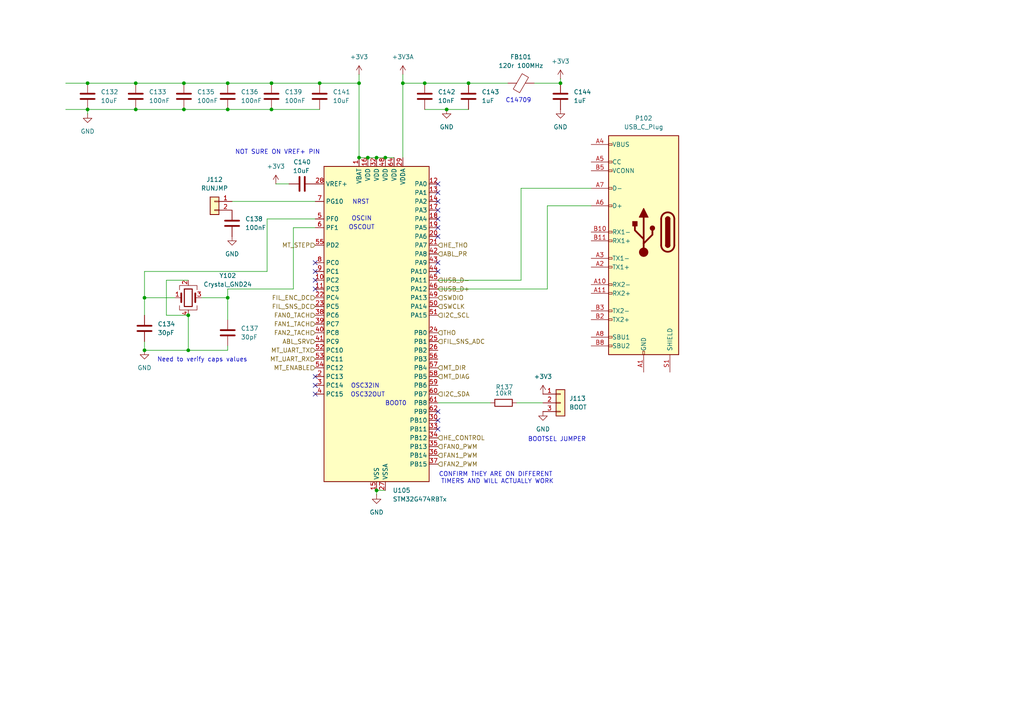
<source format=kicad_sch>
(kicad_sch (version 20250114) (generator "eeschema") (generator_version "9.0")
  (paper "A4")
  (lib_symbols
    (symbol "Connector:USB_C_Plug" (pin_names (offset 1.016))
      (property "Reference" "P" (at -10.16 29.21 0))
      (property "Value" "USB_C_Plug" (at 10.16 29.21 0))
      (symbol "USB_C_Plug_0_0"
        (rectangle (start -0.254 -35.56) (end 0.254 -34.544))
        (rectangle (start 10.16 25.654) (end 9.144 25.146))
        (rectangle (start 10.16 20.574) (end 9.144 20.066))
        (rectangle (start 10.16 18.034) (end 9.144 17.526))
        (rectangle (start 10.16 12.954) (end 9.144 12.446))
        (rectangle (start 10.16 7.874) (end 9.144 7.366))
        (rectangle (start 10.16 0.254) (end 9.144 -0.254))
        (rectangle (start 10.16 -2.286) (end 9.144 -2.794))
        (rectangle (start 10.16 -7.366) (end 9.144 -7.874))
        (rectangle (start 10.16 -9.906) (end 9.144 -10.414))
        (rectangle (start 10.16 -14.986) (end 9.144 -15.494))
        (rectangle (start 10.16 -17.526) (end 9.144 -18.034))
        (rectangle (start 10.16 -22.606) (end 9.144 -23.114))
        (rectangle (start 10.16 -25.146) (end 9.144 -25.654))
        (rectangle (start 10.16 -30.226) (end 9.144 -30.734))
        (rectangle (start 10.16 -32.766) (end 9.144 -33.274))
      )
      (symbol "USB_C_Plug_0_1"
        (rectangle (start -10.16 27.94) (end 10.16 -35.56) (stroke (width 0.254)) (fill (type background)))
        (polyline (pts (xy -8.89 -3.81) (xy -8.89 3.81)) (stroke (width 0.508)))
        (rectangle (start -7.62 -3.81) (end -6.35 3.81) (stroke (width 0.254)) (fill (type outline)))
        (arc (start -7.62 3.81) (mid -6.985 4.4423) (end -6.35 3.81) (stroke (width 0.254)))
        (arc (start -7.62 3.81) (mid -6.985 4.4423) (end -6.35 3.81) (stroke (width 0.254)) (fill (type outline)))
        (arc (start -8.89 3.81) (mid -6.985 5.7067) (end -5.08 3.81) (stroke (width 0.508)))
        (arc (start -5.08 -3.81) (mid -6.985 -5.7067) (end -8.89 -3.81) (stroke (width 0.508)))
        (arc (start -6.35 -3.81) (mid -6.985 -4.4423) (end -7.62 -3.81) (stroke (width 0.254)))
        (arc (start -6.35 -3.81) (mid -6.985 -4.4423) (end -7.62 -3.81) (stroke (width 0.254)) (fill (type outline)))
        (polyline (pts (xy -5.08 3.81) (xy -5.08 -3.81)) (stroke (width 0.508)))
      )
      (symbol "USB_C_Plug_1_1"
        (circle (center -2.54 1.143) (radius 0.635) (stroke (width 0.254)) (fill (type outline)))
        (polyline (pts (xy -1.27 4.318) (xy 0 6.858) (xy 1.27 4.318) (xy -1.27 4.318)) (stroke (width 0.254)) (fill (type outline)))
        (polyline (pts (xy 0 -2.032) (xy 2.54 0.508) (xy 2.54 1.778)) (stroke (width 0.508)))
        (polyline (pts (xy 0 -3.302) (xy -2.54 -0.762) (xy -2.54 0.508)) (stroke (width 0.508)))
        (polyline (pts (xy 0 -5.842) (xy 0 4.318)) (stroke (width 0.508)))
        (circle (center 0 -5.842) (radius 1.27) (fill (type outline)))
        (rectangle (start 1.905 1.778) (end 3.175 3.048) (stroke (width 0.254)) (fill (type outline)))
        (pin passive line (at -7.62 -40.64 90) (length 5.08) (name "SHIELD") (number "S1"))
        (pin passive line (at 0 -40.64 90) (length 5.08) (name "GND") (number "A1"))
        (pin passive line (at 0 -40.64 90) (length 5.08) (hide yes) (name "GND") (number "A12"))
        (pin passive line (at 0 -40.64 90) (length 5.08) (hide yes) (name "GND") (number "B1"))
        (pin passive line (at 0 -40.64 90) (length 5.08) (hide yes) (name "GND") (number "B12"))
        (pin passive line (at 15.24 25.4 180) (length 5.08) (name "VBUS") (number "A4"))
        (pin passive line (at 15.24 25.4 180) (length 5.08) (hide yes) (name "VBUS") (number "A9"))
        (pin passive line (at 15.24 25.4 180) (length 5.08) (hide yes) (name "VBUS") (number "B4"))
        (pin passive line (at 15.24 25.4 180) (length 5.08) (hide yes) (name "VBUS") (number "B9"))
        (pin bidirectional line (at 15.24 20.32 180) (length 5.08) (name "CC") (number "A5"))
        (pin bidirectional line (at 15.24 17.78 180) (length 5.08) (name "VCONN") (number "B5"))
        (pin bidirectional line (at 15.24 12.7 180) (length 5.08) (name "D-") (number "A7"))
        (pin bidirectional line (at 15.24 7.62 180) (length 5.08) (name "D+") (number "A6"))
        (pin bidirectional line (at 15.24 0 180) (length 5.08) (name "RX1-") (number "B10"))
        (pin bidirectional line (at 15.24 -2.54 180) (length 5.08) (name "RX1+") (number "B11"))
        (pin bidirectional line (at 15.24 -7.62 180) (length 5.08) (name "TX1-") (number "A3"))
        (pin bidirectional line (at 15.24 -10.16 180) (length 5.08) (name "TX1+") (number "A2"))
        (pin bidirectional line (at 15.24 -15.24 180) (length 5.08) (name "RX2-") (number "A10"))
        (pin bidirectional line (at 15.24 -17.78 180) (length 5.08) (name "RX2+") (number "A11"))
        (pin bidirectional line (at 15.24 -22.86 180) (length 5.08) (name "TX2-") (number "B3"))
        (pin bidirectional line (at 15.24 -25.4 180) (length 5.08) (name "TX2+") (number "B2"))
        (pin bidirectional line (at 15.24 -30.48 180) (length 5.08) (name "SBU1") (number "A8"))
        (pin bidirectional line (at 15.24 -33.02 180) (length 5.08) (name "SBU2") (number "B8"))
      )
    )
    (symbol "Connector_Generic:Conn_01x02" (pin_names (offset 1.016) (hide yes))
      (property "Reference" "J" (at 0 2.54 0))
      (property "Value" "Conn_01x02" (at 0 -5.08 0))
      (symbol "Conn_01x02_1_1"
        (rectangle (start -1.27 1.27) (end 1.27 -3.81) (stroke (width 0.254)) (fill (type background)))
        (rectangle (start -1.27 0.127) (end 0 -0.127) (stroke (width 0.1524)))
        (rectangle (start -1.27 -2.413) (end 0 -2.667) (stroke (width 0.1524)))
        (pin passive line (at -5.08 0 0) (length 3.81) (name "Pin_1") (number "1"))
        (pin passive line (at -5.08 -2.54 0) (length 3.81) (name "Pin_2") (number "2"))
      )
    )
    (symbol "Connector_Generic:Conn_01x03" (pin_names (offset 1.016) (hide yes))
      (property "Reference" "J" (at 0 5.08 0))
      (property "Value" "Conn_01x03" (at 0 -5.08 0))
      (symbol "Conn_01x03_1_1"
        (rectangle (start -1.27 3.81) (end 1.27 -3.81) (stroke (width 0.254)) (fill (type background)))
        (rectangle (start -1.27 2.667) (end 0 2.413) (stroke (width 0.1524)))
        (rectangle (start -1.27 0.127) (end 0 -0.127) (stroke (width 0.1524)))
        (rectangle (start -1.27 -2.413) (end 0 -2.667) (stroke (width 0.1524)))
        (pin passive line (at -5.08 2.54 0) (length 3.81) (name "Pin_1") (number "1"))
        (pin passive line (at -5.08 0 0) (length 3.81) (name "Pin_2") (number "2"))
        (pin passive line (at -5.08 -2.54 0) (length 3.81) (name "Pin_3") (number "3"))
      )
    )
    (symbol "Device:C" (pin_numbers (hide yes)) (pin_names (offset 0.254))
      (property "Reference" "C" (at 0.635 2.54 0))
      (property "Value" "C" (at 0.635 -2.54 0))
      (symbol "C_0_1"
        (polyline (pts (xy -2.032 0.762) (xy 2.032 0.762)) (stroke (width 0.508)))
        (polyline (pts (xy -2.032 -0.762) (xy 2.032 -0.762)) (stroke (width 0.508)))
      )
      (symbol "C_1_1"
        (pin passive line (at 0 3.81 270) (length 2.794) (name "~") (number "1"))
        (pin passive line (at 0 -3.81 90) (length 2.794) (name "~") (number "2"))
      )
    )
    (symbol "Device:Crystal_GND24" (pin_names (offset 1.016) (hide yes))
      (property "Reference" "Y" (at 3.175 5.08 0))
      (property "Value" "Crystal_GND24" (at 3.175 3.175 0))
      (symbol "Crystal_GND24_0_1"
        (polyline (pts (xy -2.54 2.286) (xy -2.54 3.556) (xy 2.54 3.556) (xy 2.54 2.286)))
        (polyline (pts (xy -2.54 0) (xy -2.032 0)))
        (polyline (pts (xy -2.54 -2.286) (xy -2.54 -3.556) (xy 2.54 -3.556) (xy 2.54 -2.286)))
        (polyline (pts (xy -2.032 -1.27) (xy -2.032 1.27)) (stroke (width 0.508)))
        (rectangle (start -1.143 2.54) (end 1.143 -2.54) (stroke (width 0.3048)))
        (polyline (pts (xy 0 3.556) (xy 0 3.81)))
        (polyline (pts (xy 0 -3.81) (xy 0 -3.556)))
        (polyline (pts (xy 2.032 0) (xy 2.54 0)))
        (polyline (pts (xy 2.032 -1.27) (xy 2.032 1.27)) (stroke (width 0.508)))
      )
      (symbol "Crystal_GND24_1_1"
        (pin passive line (at -3.81 0 0) (length 1.27) (name "1") (number "1"))
        (pin passive line (at 0 5.08 270) (length 1.27) (name "2") (number "2"))
        (pin passive line (at 0 -5.08 90) (length 1.27) (name "4") (number "4"))
        (pin passive line (at 3.81 0 180) (length 1.27) (name "3") (number "3"))
      )
    )
    (symbol "Device:FerriteBead" (pin_numbers (hide yes)) (pin_names (offset 0))
      (property "Reference" "FB" (at -3.81 0.635 90))
      (property "Value" "FerriteBead" (at 3.81 0 90))
      (symbol "FerriteBead_0_1"
        (polyline (pts (xy -2.7686 0.4064) (xy -1.7018 2.2606) (xy 2.7686 -0.3048) (xy 1.6764 -2.159) (xy -2.7686 0.4064)))
        (polyline (pts (xy 0 1.27) (xy 0 1.2954)))
        (polyline (pts (xy 0 -1.27) (xy 0 -1.2192)))
      )
      (symbol "FerriteBead_1_1"
        (pin passive line (at 0 3.81 270) (length 2.54) (name "~") (number "1"))
        (pin passive line (at 0 -3.81 90) (length 2.54) (name "~") (number "2"))
      )
    )
    (symbol "Device:R" (pin_numbers (hide yes)) (pin_names (offset 0))
      (property "Reference" "R" (at 2.032 0 90))
      (property "Value" "R" (at 0 0 90))
      (symbol "R_0_1"
        (rectangle (start -1.016 -2.54) (end 1.016 2.54) (stroke (width 0.254)))
      )
      (symbol "R_1_1"
        (pin passive line (at 0 3.81 270) (length 1.27) (name "~") (number "1"))
        (pin passive line (at 0 -3.81 90) (length 1.27) (name "~") (number "2"))
      )
    )
    (symbol "MCU_ST_STM32G4:STM32G474RBTx"
      (property "Reference" "U" (at -15.24 46.99 0))
      (property "Value" "STM32G474RBTx" (at 10.16 46.99 0))
      (symbol "STM32G474RBTx_0_1"
        (rectangle (start -15.24 -45.72) (end 15.24 45.72) (stroke (width 0.254)) (fill (type background)))
      )
      (symbol "STM32G474RBTx_1_1"
        (pin input line (at -17.78 40.64 0) (length 2.54) (name "VREF+") (number "28"))
        (pin bidirectional line (at -17.78 35.56 0) (length 2.54) (name "PG10") (number "7"))
        (pin bidirectional line (at -17.78 30.48 0) (length 2.54) (name "PF0") (number "5"))
        (pin bidirectional line (at -17.78 27.94 0) (length 2.54) (name "PF1") (number "6"))
        (pin bidirectional line (at -17.78 22.86 0) (length 2.54) (name "PD2") (number "55"))
        (pin bidirectional line (at -17.78 17.78 0) (length 2.54) (name "PC0") (number "8"))
        (pin bidirectional line (at -17.78 15.24 0) (length 2.54) (name "PC1") (number "9"))
        (pin bidirectional line (at -17.78 12.7 0) (length 2.54) (name "PC2") (number "10"))
        (pin bidirectional line (at -17.78 10.16 0) (length 2.54) (name "PC3") (number "11"))
        (pin bidirectional line (at -17.78 7.62 0) (length 2.54) (name "PC4") (number "22"))
        (pin bidirectional line (at -17.78 5.08 0) (length 2.54) (name "PC5") (number "23"))
        (pin bidirectional line (at -17.78 2.54 0) (length 2.54) (name "PC6") (number "38"))
        (pin bidirectional line (at -17.78 0 0) (length 2.54) (name "PC7") (number "39"))
        (pin bidirectional line (at -17.78 -2.54 0) (length 2.54) (name "PC8") (number "40"))
        (pin bidirectional line (at -17.78 -5.08 0) (length 2.54) (name "PC9") (number "41"))
        (pin bidirectional line (at -17.78 -7.62 0) (length 2.54) (name "PC10") (number "52"))
        (pin bidirectional line (at -17.78 -10.16 0) (length 2.54) (name "PC11") (number "53"))
        (pin bidirectional line (at -17.78 -12.7 0) (length 2.54) (name "PC12") (number "54"))
        (pin bidirectional line (at -17.78 -15.24 0) (length 2.54) (name "PC13") (number "2"))
        (pin bidirectional line (at -17.78 -17.78 0) (length 2.54) (name "PC14") (number "3"))
        (pin bidirectional line (at -17.78 -20.32 0) (length 2.54) (name "PC15") (number "4"))
        (pin power_in line (at -5.08 48.26 270) (length 2.54) (name "VBAT") (number "1"))
        (pin power_in line (at -2.54 48.26 270) (length 2.54) (name "VDD") (number "16"))
        (pin power_in line (at 0 48.26 270) (length 2.54) (name "VDD") (number "32"))
        (pin power_in line (at 0 -48.26 90) (length 2.54) (name "VSS") (number "15"))
        (pin passive line (at 0 -48.26 90) (length 2.54) (hide yes) (name "VSS") (number "31"))
        (pin passive line (at 0 -48.26 90) (length 2.54) (hide yes) (name "VSS") (number "47"))
        (pin passive line (at 0 -48.26 90) (length 2.54) (hide yes) (name "VSS") (number "63"))
        (pin power_in line (at 2.54 48.26 270) (length 2.54) (name "VDD") (number "48"))
        (pin power_in line (at 2.54 -48.26 90) (length 2.54) (name "VSSA") (number "27"))
        (pin power_in line (at 5.08 48.26 270) (length 2.54) (name "VDD") (number "64"))
        (pin power_in line (at 7.62 48.26 270) (length 2.54) (name "VDDA") (number "29"))
        (pin bidirectional line (at 17.78 40.64 180) (length 2.54) (name "PA0") (number "12"))
        (pin bidirectional line (at 17.78 38.1 180) (length 2.54) (name "PA1") (number "13"))
        (pin bidirectional line (at 17.78 35.56 180) (length 2.54) (name "PA2") (number "14"))
        (pin bidirectional line (at 17.78 33.02 180) (length 2.54) (name "PA3") (number "17"))
        (pin bidirectional line (at 17.78 30.48 180) (length 2.54) (name "PA4") (number "18"))
        (pin bidirectional line (at 17.78 27.94 180) (length 2.54) (name "PA5") (number "19"))
        (pin bidirectional line (at 17.78 25.4 180) (length 2.54) (name "PA6") (number "20"))
        (pin bidirectional line (at 17.78 22.86 180) (length 2.54) (name "PA7") (number "21"))
        (pin bidirectional line (at 17.78 20.32 180) (length 2.54) (name "PA8") (number "42"))
        (pin bidirectional line (at 17.78 17.78 180) (length 2.54) (name "PA9") (number "43"))
        (pin bidirectional line (at 17.78 15.24 180) (length 2.54) (name "PA10") (number "44"))
        (pin bidirectional line (at 17.78 12.7 180) (length 2.54) (name "PA11") (number "45"))
        (pin bidirectional line (at 17.78 10.16 180) (length 2.54) (name "PA12") (number "46"))
        (pin bidirectional line (at 17.78 7.62 180) (length 2.54) (name "PA13") (number "49"))
        (pin bidirectional line (at 17.78 5.08 180) (length 2.54) (name "PA14") (number "50"))
        (pin bidirectional line (at 17.78 2.54 180) (length 2.54) (name "PA15") (number "51"))
        (pin bidirectional line (at 17.78 -2.54 180) (length 2.54) (name "PB0") (number "24"))
        (pin bidirectional line (at 17.78 -5.08 180) (length 2.54) (name "PB1") (number "25"))
        (pin bidirectional line (at 17.78 -7.62 180) (length 2.54) (name "PB2") (number "26"))
        (pin bidirectional line (at 17.78 -10.16 180) (length 2.54) (name "PB3") (number "56"))
        (pin bidirectional line (at 17.78 -12.7 180) (length 2.54) (name "PB4") (number "57"))
        (pin bidirectional line (at 17.78 -15.24 180) (length 2.54) (name "PB5") (number "58"))
        (pin bidirectional line (at 17.78 -17.78 180) (length 2.54) (name "PB6") (number "59"))
        (pin bidirectional line (at 17.78 -20.32 180) (length 2.54) (name "PB7") (number "60"))
        (pin bidirectional line (at 17.78 -22.86 180) (length 2.54) (name "PB8") (number "61"))
        (pin bidirectional line (at 17.78 -25.4 180) (length 2.54) (name "PB9") (number "62"))
        (pin bidirectional line (at 17.78 -27.94 180) (length 2.54) (name "PB10") (number "30"))
        (pin bidirectional line (at 17.78 -30.48 180) (length 2.54) (name "PB11") (number "33"))
        (pin bidirectional line (at 17.78 -33.02 180) (length 2.54) (name "PB12") (number "34"))
        (pin bidirectional line (at 17.78 -35.56 180) (length 2.54) (name "PB13") (number "35"))
        (pin bidirectional line (at 17.78 -38.1 180) (length 2.54) (name "PB14") (number "36"))
        (pin bidirectional line (at 17.78 -40.64 180) (length 2.54) (name "PB15") (number "37"))
      )
    )
    (symbol "power:+3V3" (power) (pin_numbers (hide yes)) (pin_names (offset 0) (hide yes))
      (property "Value" "+3V3" (at 0 3.556 0))
      (symbol "+3V3_0_1"
        (polyline (pts (xy -0.762 1.27) (xy 0 2.54)))
        (polyline (pts (xy 0 2.54) (xy 0.762 1.27)))
        (polyline (pts (xy 0 0) (xy 0 2.54)))
      )
      (symbol "+3V3_1_1"
        (pin power_in line (at 0 0 90) (length 0) (name "~") (number "1"))
      )
    )
    (symbol "power:GND" (power) (pin_numbers (hide yes)) (pin_names (offset 0) (hide yes))
      (property "Value" "GND" (at 0 -3.81 0))
      (symbol "GND_0_1"
        (polyline (pts (xy 0 0) (xy 0 -1.27) (xy 1.27 -1.27) (xy 0 -2.54) (xy -1.27 -1.27) (xy 0 -1.27)))
      )
      (symbol "GND_1_1"
        (pin power_in line (at 0 0 270) (length 0) (name "~") (number "1"))
      )
    )
  )
  (text "OSCIN" (at 104.902 63.5 0) (effects (font (size 1.27 1.27))))
  (text "CONFIRM THEY ARE ON DIFFERENT\n TIMERS AND WILL ACTUALLY WORK\n" (at 143.764 138.684 0) (effects (font (size 1.27 1.27))))
  (text "NOT SURE ON VREF+ PIN" (at 80.518 44.196 0) (effects (font (size 1.27 1.27))))
  (text "OSC32IN\n" (at 105.918 112.014 0) (effects (font (size 1.27 1.27))))
  (text "OSCOUT\n" (at 104.902 66.04 0) (effects (font (size 1.27 1.27))))
  (text "BOOT0" (at 114.808 117.094 0) (effects (font (size 1.27 1.27))))
  (text "NRST" (at 104.648 58.674 0) (effects (font (size 1.27 1.27))))
  (text "BOOTSEL JUMPER" (at 161.544 127.508 0) (effects (font (size 1.27 1.27))))
  (text "Need to verify caps values\n" (at 58.674 104.394 0) (effects (font (size 1.27 1.27))))
  (text "OSC32OUT" (at 106.68 114.554 0) (effects (font (size 1.27 1.27))))
  (text "C14709" (at 150.368 29.21 0) (effects (font (size 1.27 1.27))))
  (junction (at 129.54 31.75))
  (junction (at 66.04 24.13))
  (junction (at 78.74 31.75))
  (junction (at 66.04 86.36))
  (junction (at 106.68 45.72))
  (junction (at 25.4 24.13))
  (junction (at 92.71 24.13))
  (junction (at 66.04 31.75))
  (junction (at 54.61 91.44))
  (junction (at 162.56 24.13))
  (junction (at 41.91 101.6))
  (junction (at 109.22 45.72))
  (junction (at 111.76 45.72))
  (junction (at 123.19 24.13))
  (junction (at 104.14 24.13))
  (junction (at 41.91 86.36))
  (junction (at 116.84 24.13))
  (junction (at 109.22 142.24))
  (junction (at 39.37 24.13))
  (junction (at 54.61 101.6))
  (junction (at 53.34 24.13))
  (junction (at 39.37 31.75))
  (junction (at 104.14 45.72))
  (junction (at 53.34 31.75))
  (junction (at 135.89 24.13))
  (junction (at 25.4 31.75))
  (junction (at 78.74 24.13))
  (no_connect (at 127 76.2))
  (no_connect (at 91.44 114.3))
  (no_connect (at 127 55.88))
  (no_connect (at 91.44 78.74))
  (no_connect (at 127 78.74))
  (no_connect (at 127 66.04))
  (no_connect (at 91.44 81.28))
  (no_connect (at 127 53.34))
  (no_connect (at 127 124.46))
  (no_connect (at 91.44 83.82))
  (no_connect (at 127 68.58))
  (no_connect (at 91.44 76.2))
  (no_connect (at 127 63.5))
  (no_connect (at 91.44 109.22))
  (no_connect (at 91.44 111.76))
  (no_connect (at 127 119.38))
  (no_connect (at 127 121.92))
  (no_connect (at 127 58.42))
  (no_connect (at 127 60.96))
  (wire (pts (xy 54.61 91.44) (xy 54.61 101.6)))
  (wire (pts (xy 104.14 45.72) (xy 106.68 45.72)))
  (wire (pts (xy 39.37 24.13) (xy 53.34 24.13)))
  (wire (pts (xy 41.91 78.74) (xy 41.91 86.36)))
  (wire (pts (xy 151.13 81.28) (xy 151.13 54.61)))
  (wire (pts (xy 111.76 45.72) (xy 114.3 45.72)))
  (wire (pts (xy 25.4 33.02) (xy 25.4 31.75)))
  (wire (pts (xy 135.89 24.13) (xy 147.32 24.13)))
  (wire (pts (xy 129.54 31.75) (xy 135.89 31.75)))
  (wire (pts (xy 162.56 22.86) (xy 162.56 24.13)))
  (wire (pts (xy 127 81.28) (xy 151.13 81.28)))
  (wire (pts (xy 41.91 101.6) (xy 54.61 101.6)))
  (wire (pts (xy 127 83.82) (xy 158.75 83.82)))
  (wire (pts (xy 85.09 83.82) (xy 85.09 66.04)))
  (wire (pts (xy 41.91 91.44) (xy 41.91 86.36)))
  (wire (pts (xy 66.04 83.82) (xy 85.09 83.82)))
  (wire (pts (xy 54.61 81.28) (xy 48.26 81.28)))
  (wire (pts (xy 158.75 59.69) (xy 171.45 59.69)))
  (wire (pts (xy 104.14 24.13) (xy 104.14 45.72)))
  (wire (pts (xy 53.34 24.13) (xy 66.04 24.13)))
  (wire (pts (xy 67.31 58.42) (xy 91.44 58.42)))
  (wire (pts (xy 116.84 24.13) (xy 116.84 45.72)))
  (wire (pts (xy 54.61 101.6) (xy 66.04 101.6)))
  (wire (pts (xy 116.84 24.13) (xy 123.19 24.13)))
  (wire (pts (xy 77.47 78.74) (xy 41.91 78.74)))
  (wire (pts (xy 19.05 31.75) (xy 25.4 31.75)))
  (wire (pts (xy 66.04 101.6) (xy 66.04 100.33)))
  (wire (pts (xy 85.09 66.04) (xy 91.44 66.04)))
  (wire (pts (xy 66.04 83.82) (xy 66.04 86.36)))
  (wire (pts (xy 78.74 24.13) (xy 92.71 24.13)))
  (wire (pts (xy 19.05 24.13) (xy 25.4 24.13)))
  (wire (pts (xy 92.71 24.13) (xy 104.14 24.13)))
  (wire (pts (xy 66.04 24.13) (xy 78.74 24.13)))
  (wire (pts (xy 91.44 63.5) (xy 77.47 63.5)))
  (wire (pts (xy 123.19 24.13) (xy 135.89 24.13)))
  (wire (pts (xy 39.37 31.75) (xy 53.34 31.75)))
  (wire (pts (xy 151.13 54.61) (xy 171.45 54.61)))
  (wire (pts (xy 77.47 63.5) (xy 77.47 78.74)))
  (wire (pts (xy 109.22 142.24) (xy 111.76 142.24)))
  (wire (pts (xy 158.75 83.82) (xy 158.75 59.69)))
  (wire (pts (xy 66.04 31.75) (xy 78.74 31.75)))
  (wire (pts (xy 123.19 31.75) (xy 129.54 31.75)))
  (wire (pts (xy 41.91 86.36) (xy 50.8 86.36)))
  (wire (pts (xy 66.04 92.71) (xy 66.04 86.36)))
  (wire (pts (xy 78.74 31.75) (xy 92.71 31.75)))
  (wire (pts (xy 149.86 116.84) (xy 157.48 116.84)))
  (wire (pts (xy 80.01 53.34) (xy 83.82 53.34)))
  (wire (pts (xy 58.42 86.36) (xy 66.04 86.36)))
  (wire (pts (xy 154.94 24.13) (xy 162.56 24.13)))
  (wire (pts (xy 41.91 99.06) (xy 41.91 101.6)))
  (wire (pts (xy 48.26 91.44) (xy 54.61 91.44)))
  (wire (pts (xy 25.4 31.75) (xy 39.37 31.75)))
  (wire (pts (xy 48.26 81.28) (xy 48.26 91.44)))
  (wire (pts (xy 116.84 21.59) (xy 116.84 24.13)))
  (wire (pts (xy 109.22 45.72) (xy 111.76 45.72)))
  (wire (pts (xy 109.22 142.24) (xy 109.22 143.51)))
  (wire (pts (xy 142.24 116.84) (xy 127 116.84)))
  (wire (pts (xy 53.34 31.75) (xy 66.04 31.75)))
  (wire (pts (xy 106.68 45.72) (xy 109.22 45.72)))
  (wire (pts (xy 25.4 24.13) (xy 39.37 24.13)))
  (wire (pts (xy 104.14 24.13) (xy 104.14 21.59)))
  (hierarchical_label "THO" (shape input) (at 127 96.52 0))
  (hierarchical_label "FIL_SNS_ADC" (shape input) (at 127 99.06 0))
  (hierarchical_label "SWCLK" (shape input) (at 127 88.9 0))
  (hierarchical_label "FIL_ENC_DC" (shape input) (at 91.44 86.36 180))
  (hierarchical_label "MT_ENABLE" (shape input) (at 91.44 106.68 180))
  (hierarchical_label "I2C_SDA" (shape input) (at 127 114.3 0))
  (hierarchical_label "FAN0_PWM" (shape input) (at 127 129.54 0))
  (hierarchical_label "FAN2_TACH" (shape input) (at 91.44 96.52 180))
  (hierarchical_label "USB_D+" (shape input) (at 127 83.82 0))
  (hierarchical_label "ABL_SRV" (shape input) (at 91.44 99.06 180))
  (hierarchical_label "I2C_SCL" (shape input) (at 127 91.44 0))
  (hierarchical_label "FAN1_PWM" (shape input) (at 127 132.08 0))
  (hierarchical_label "ABL_PR" (shape input) (at 127 73.66 0))
  (hierarchical_label "HE_CONTROL" (shape input) (at 127 127 0))
  (hierarchical_label "FAN1_TACH" (shape input) (at 91.44 93.98 180))
  (hierarchical_label "MT_DIAG" (shape input) (at 127 109.22 0))
  (hierarchical_label "SWDIO" (shape input) (at 127 86.36 0))
  (hierarchical_label "MT_STEP" (shape input) (at 91.44 71.12 180))
  (hierarchical_label "USB_D-" (shape input) (at 127 81.28 0))
  (hierarchical_label "FAN0_TACH" (shape input) (at 91.44 91.44 180))
  (hierarchical_label "FAN2_PWM" (shape input) (at 127 134.62 0))
  (hierarchical_label "MT_DIR" (shape input) (at 127 106.68 0))
  (hierarchical_label "MT_UART_RX" (shape input) (at 91.44 104.14 180))
  (hierarchical_label "MT_UART_TX" (shape input) (at 91.44 101.6 180))
  (hierarchical_label "HE_THO" (shape input) (at 127 71.12 0))
  (hierarchical_label "FIL_SNS_DC" (shape input) (at 91.44 88.9 180))
  (symbol (lib_id "Connector_Generic:Conn_01x03") (at 162.56 116.84 0) (unit 1)
    (property "Reference" "J113" (at 165.1 115.5699 0) (effects (justify left)))
    (property "Value" "BOOT" (at 165.1 118.1099 0) (effects (justify left)))
    (property "Footprint" "Connector_PinHeader_2.54mm:PinHeader_1x03_P2.54mm_Vertical" (effects (hide yes)))
    (property "Description" "Generic connector, single row, 01x03, script generated (kicad-library-utils/schlib/autogen/connector/)" (effects (hide yes)))
  )
  (symbol (lib_id "Device:C") (at 78.74 27.94 0) (unit 1)
    (property "Reference" "C139" (at 82.55 26.6699 0) (effects (justify left)))
    (property "Value" "100nF" (at 82.55 29.2099 0) (effects (justify left)))
    (property "Footprint" "Capacitor_SMD:C_0402_1005Metric" (effects (hide yes)))
    (property "Description" "Unpolarized capacitor" (effects (hide yes)))
  )
  (symbol (lib_id "Device:C") (at 25.4 27.94 0) (unit 1)
    (property "Reference" "C132" (at 29.21 26.6699 0) (effects (justify left)))
    (property "Value" "10uF" (at 29.21 29.2099 0) (effects (justify left)))
    (property "Footprint" "Capacitor_SMD:C_0603_1608Metric" (effects (hide yes)))
    (property "Description" "Unpolarized capacitor" (effects (hide yes)))
  )
  (symbol (lib_id "Device:C") (at 87.63 53.34 90) (unit 1)
    (property "Reference" "C140" (at 87.63 46.99 90))
    (property "Value" "10uF" (at 87.376 49.53 90))
    (property "Footprint" "Package_DFN_QFN:W-PDFN-8-1EP_6x5mm_P1.27mm_EP3x3mm" (effects (hide yes)))
    (property "Description" "Unpolarized capacitor" (effects (hide yes)))
  )
  (symbol (lib_id "power:+3V3") (at 157.48 114.3 0) (unit 1)
    (property "Reference" "#PWR0183" (effects (hide yes)))
    (property "Value" "+3V3" (at 157.48 109.22 0))
    (property "Description" "Power symbol creates a global label with name \"+3V3\"" (effects (hide yes)))
  )
  (symbol (lib_id "power:+3V3") (at 116.84 21.59 0) (unit 1)
    (property "Reference" "#PWR0181" (effects (hide yes)))
    (property "Value" "+3V3A" (at 116.84 16.51 0))
    (property "Description" "Power symbol creates a global label with name \"+3V3\"" (effects (hide yes)))
  )
  (symbol (lib_id "power:GND") (at 109.22 143.51 0) (unit 1)
    (property "Reference" "#PWR0180" (effects (hide yes)))
    (property "Value" "GND" (at 109.22 148.59 0))
    (property "Description" "Power symbol creates a global label with name \"GND\" , ground" (effects (hide yes)))
  )
  (symbol (lib_id "Device:C") (at 41.91 95.25 0) (unit 1)
    (property "Reference" "C134" (at 45.72 93.9799 0) (effects (justify left)))
    (property "Value" "30pF" (at 45.72 96.5199 0) (effects (justify left)))
    (property "Footprint" "Capacitor_SMD:C_0402_1005Metric" (effects (hide yes)))
    (property "Description" "Unpolarized capacitor" (effects (hide yes)))
  )
  (symbol (lib_id "Device:FerriteBead") (at 151.13 24.13 90) (unit 1)
    (property "Reference" "FB101" (at 151.0792 16.51 90))
    (property "Value" "120r 100MHz" (at 151.0792 19.05 90))
    (property "Footprint" "Capacitor_SMD:C_0603_1608Metric" (effects (hide yes)))
    (property "Description" "Ferrite bead" (effects (hide yes)))
  )
  (symbol (lib_id "power:GND") (at 129.54 31.75 0) (unit 1)
    (property "Reference" "#PWR0182" (effects (hide yes)))
    (property "Value" "GND" (at 129.54 36.83 0))
    (property "Description" "Power symbol creates a global label with name \"GND\" , ground" (effects (hide yes)))
  )
  (symbol (lib_id "Device:C") (at 66.04 96.52 0) (unit 1)
    (property "Reference" "C137" (at 69.85 95.2499 0) (effects (justify left)))
    (property "Value" "30pF" (at 69.85 97.7899 0) (effects (justify left)))
    (property "Footprint" "Capacitor_SMD:C_0402_1005Metric" (effects (hide yes)))
    (property "Description" "Unpolarized capacitor" (effects (hide yes)))
  )
  (symbol (lib_id "power:GND") (at 41.91 101.6 0) (unit 1)
    (property "Reference" "#PWR0176" (effects (hide yes)))
    (property "Value" "GND" (at 41.91 106.68 0))
    (property "Description" "Power symbol creates a global label with name \"GND\" , ground" (effects (hide yes)))
  )
  (symbol (lib_id "Connector:USB_C_Plug") (at 186.69 67.31 0) (mirror y) (unit 1)
    (property "Reference" "P102" (at 186.69 34.29 0))
    (property "Value" "USB_C_Plug" (at 186.69 36.83 0))
    (property "Datasheet" "https://www.usb.org/sites/default/files/documents/usb_type-c.zip" (effects (hide yes)))
    (property "Description" "USB Type-C Plug connector" (effects (hide yes)))
  )
  (symbol (lib_id "Device:C") (at 123.19 27.94 0) (unit 1)
    (property "Reference" "C142" (at 127 26.67 0) (effects (justify left)))
    (property "Value" "10nF" (at 127 29.2099 0) (effects (justify left)))
    (property "Footprint" "Capacitor_SMD:C_0402_1005Metric" (effects (hide yes)))
    (property "Description" "Unpolarized capacitor" (effects (hide yes)))
  )
  (symbol (lib_id "power:GND") (at 162.56 31.75 0) (unit 1)
    (property "Reference" "#PWR0186" (effects (hide yes)))
    (property "Value" "GND" (at 162.56 36.83 0))
    (property "Description" "Power symbol creates a global label with name \"GND\" , ground" (effects (hide yes)))
  )
  (symbol (lib_id "Device:Crystal_GND24") (at 54.61 86.36 0) (unit 1)
    (property "Reference" "Y102" (at 66.04 79.9398 0))
    (property "Value" "Crystal_GND24" (at 66.04 82.4798 0))
    (property "Footprint" "Crystal:Crystal_SMD_3225-4Pin_3.2x2.5mm" (effects (hide yes)))
    (property "Description" "Four pin crystal, GND on pins 2 and 4" (effects (hide yes)))
  )
  (symbol (lib_id "power:+3V3") (at 104.14 21.59 0) (unit 1)
    (property "Reference" "#PWR0179" (effects (hide yes)))
    (property "Value" "+3V3" (at 104.14 16.51 0))
    (property "Description" "Power symbol creates a global label with name \"+3V3\"" (effects (hide yes)))
  )
  (symbol (lib_id "Device:C") (at 92.71 27.94 0) (unit 1)
    (property "Reference" "C141" (at 96.52 26.6699 0) (effects (justify left)))
    (property "Value" "10uF" (at 96.52 29.2099 0) (effects (justify left)))
    (property "Footprint" "Capacitor_SMD:C_0201_0603Metric" (effects (hide yes)))
    (property "Description" "Unpolarized capacitor" (effects (hide yes)))
  )
  (symbol (lib_id "MCU_ST_STM32G4:STM32G474RBTx") (at 109.22 93.98 0) (unit 1)
    (property "Reference" "U105" (at 113.9033 142.24 0) (effects (justify left)))
    (property "Value" "STM32G474RBTx" (at 113.9033 144.78 0) (effects (justify left)))
    (property "Footprint" "Package_QFP:LQFP-64_10x10mm_P0.5mm" (effects (hide yes)))
    (property "Datasheet" "https://www.st.com/resource/en/datasheet/stm32g474rb.pdf" (effects (hide yes)))
    (property "Description" "STMicroelectronics Arm Cortex-M4 MCU, 128KB flash, 128KB RAM, 170 MHz, 1.71-3.6V, 52 GPIO, LQFP64" (effects (hide yes)))
  )
  (symbol (lib_id "Device:C") (at 67.31 64.77 0) (unit 1)
    (property "Reference" "C138" (at 71.12 63.4999 0) (effects (justify left)))
    (property "Value" "100nF" (at 71.12 66.0399 0) (effects (justify left)))
    (property "Description" "Unpolarized capacitor" (effects (hide yes)))
  )
  (symbol (lib_id "power:GND") (at 157.48 119.38 0) (unit 1)
    (property "Reference" "#PWR0184" (effects (hide yes)))
    (property "Value" "GND" (at 157.48 124.46 0))
    (property "Description" "Power symbol creates a global label with name \"GND\" , ground" (effects (hide yes)))
  )
  (symbol (lib_id "Device:C") (at 135.89 27.94 0) (unit 1)
    (property "Reference" "C143" (at 139.7 26.6699 0) (effects (justify left)))
    (property "Value" "1uF" (at 139.7 29.2099 0) (effects (justify left)))
    (property "Footprint" "Capacitor_SMD:C_0201_0603Metric" (effects (hide yes)))
    (property "Description" "Unpolarized capacitor" (effects (hide yes)))
  )
  (symbol (lib_id "Device:C") (at 66.04 27.94 0) (unit 1)
    (property "Reference" "C136" (at 69.85 26.6699 0) (effects (justify left)))
    (property "Value" "100nF" (at 69.85 29.2099 0) (effects (justify left)))
    (property "Footprint" "Capacitor_SMD:C_0402_1005Metric" (effects (hide yes)))
    (property "Description" "Unpolarized capacitor" (effects (hide yes)))
  )
  (symbol (lib_id "Device:C") (at 39.37 27.94 0) (unit 1)
    (property "Reference" "C133" (at 43.18 26.6699 0) (effects (justify left)))
    (property "Value" "100nF" (at 43.18 29.2099 0) (effects (justify left)))
    (property "Footprint" "Capacitor_SMD:C_0402_1005Metric" (effects (hide yes)))
    (property "Description" "Unpolarized capacitor" (effects (hide yes)))
  )
  (symbol (lib_id "Device:C") (at 162.56 27.94 0) (unit 1)
    (property "Reference" "C144" (at 166.37 26.6699 0) (effects (justify left)))
    (property "Value" "1uF" (at 166.37 29.2099 0) (effects (justify left)))
    (property "Footprint" "Capacitor_SMD:C_0201_0603Metric" (effects (hide yes)))
    (property "Description" "Unpolarized capacitor" (effects (hide yes)))
  )
  (symbol (lib_id "power:+3V3") (at 162.56 22.86 0) (unit 1)
    (property "Reference" "#PWR0185" (effects (hide yes)))
    (property "Value" "+3V3" (at 162.56 17.78 0))
    (property "Description" "Power symbol creates a global label with name \"+3V3\"" (effects (hide yes)))
  )
  (symbol (lib_id "Device:C") (at 53.34 27.94 0) (unit 1)
    (property "Reference" "C135" (at 57.15 26.6699 0) (effects (justify left)))
    (property "Value" "100nF" (at 57.15 29.2099 0) (effects (justify left)))
    (property "Footprint" "Capacitor_SMD:C_0402_1005Metric" (effects (hide yes)))
    (property "Description" "Unpolarized capacitor" (effects (hide yes)))
  )
  (symbol (lib_id "Connector_Generic:Conn_01x02") (at 62.23 58.42 0) (mirror y) (unit 1)
    (property "Reference" "J112" (at 62.23 52.07 0))
    (property "Value" "RUNJMP" (at 62.23 54.61 0))
    (property "Footprint" "Connector_PinHeader_2.54mm:PinHeader_1x02_P2.54mm_Vertical" (effects (hide yes)))
    (property "Description" "Generic connector, single row, 01x02, script generated (kicad-library-utils/schlib/autogen/connector/)" (effects (hide yes)))
  )
  (symbol (lib_id "power:+3V3") (at 80.01 53.34 0) (unit 1)
    (property "Reference" "#PWR0178" (effects (hide yes)))
    (property "Value" "+3V3" (at 80.01 48.26 0))
    (property "Description" "Power symbol creates a global label with name \"+3V3\"" (effects (hide yes)))
  )
  (symbol (lib_id "Device:R") (at 146.05 116.84 90) (unit 1)
    (property "Reference" "R137" (at 146.304 112.268 90))
    (property "Value" "10kR" (at 146.05 114.046 90))
    (property "Footprint" "Resistor_SMD:R_0402_1005Metric" (effects (hide yes)))
    (property "Description" "Resistor" (effects (hide yes)))
  )
  (symbol (lib_id "power:GND") (at 67.31 68.58 0) (unit 1)
    (property "Reference" "#PWR0177" (effects (hide yes)))
    (property "Value" "GND" (at 67.31 73.66 0))
    (property "Description" "Power symbol creates a global label with name \"GND\" , ground" (effects (hide yes)))
  )
  (symbol (lib_id "power:GND") (at 25.4 33.02 0) (unit 1)
    (property "Reference" "#PWR0175" (effects (hide yes)))
    (property "Value" "GND" (at 25.4 38.1 0))
    (property "Description" "Power symbol creates a global label with name \"GND\" , ground" (effects (hide yes)))
  )
)
</source>
